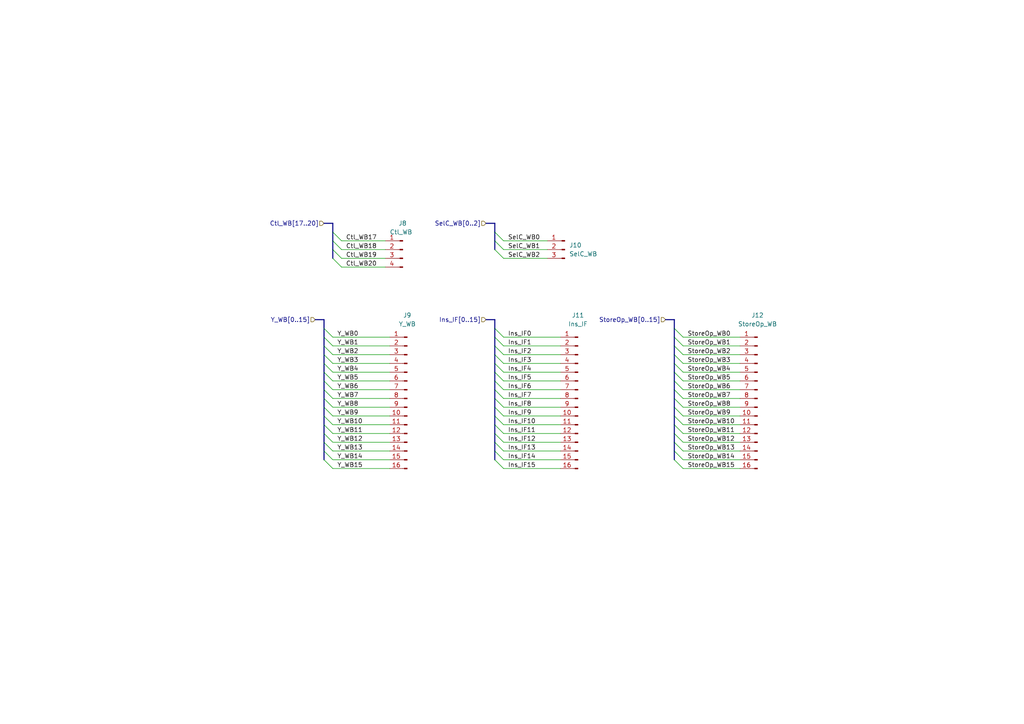
<source format=kicad_sch>
(kicad_sch (version 20230121) (generator eeschema)
  (paper "A4")
  (title_block (title "Turtle16: MEM Prototype Outputs") (date "2023-11-04") (rev "D") (comment 4 "Headers for various outputs from the prototype board"))
  (lib_symbols
    (symbol "Connector:Conn_01x03_Pin" (pin_names (offset 1.016) hide)
      (property "Reference" "J" (at 0 5.08 0))
      (property "Value" "Conn_01x03_Pin" (at 0 -5.08 0))
      (symbol "Conn_01x03_Pin_1_1"
        (polyline (pts (xy 1.27 -2.54) (xy 0.8636 -2.54)) (stroke (width 0.1524)))
        (polyline (pts (xy 1.27 0) (xy 0.8636 0)) (stroke (width 0.1524)))
        (polyline (pts (xy 1.27 2.54) (xy 0.8636 2.54)) (stroke (width 0.1524)))
        (rectangle (start 0.8636 -2.413) (end 0 -2.667) (stroke (width 0.1524)) (fill (type outline)))
        (rectangle (start 0.8636 0.127) (end 0 -0.127) (stroke (width 0.1524)) (fill (type outline)))
        (rectangle (start 0.8636 2.667) (end 0 2.413) (stroke (width 0.1524)) (fill (type outline)))
        (pin passive line (at 5.08 2.54 180) (length 3.81) (name "Pin_1") (number "1"))
        (pin passive line (at 5.08 0 180) (length 3.81) (name "Pin_2") (number "2"))
        (pin passive line (at 5.08 -2.54 180) (length 3.81) (name "Pin_3") (number "3"))
      )
    )
    (symbol "Connector:Conn_01x04_Pin" (pin_names (offset 1.016) hide)
      (property "Reference" "J" (at 0 5.08 0))
      (property "Value" "Conn_01x04_Pin" (at 0 -7.62 0))
      (symbol "Conn_01x04_Pin_1_1"
        (polyline (pts (xy 1.27 -5.08) (xy 0.8636 -5.08)) (stroke (width 0.1524)))
        (polyline (pts (xy 1.27 -2.54) (xy 0.8636 -2.54)) (stroke (width 0.1524)))
        (polyline (pts (xy 1.27 0) (xy 0.8636 0)) (stroke (width 0.1524)))
        (polyline (pts (xy 1.27 2.54) (xy 0.8636 2.54)) (stroke (width 0.1524)))
        (rectangle (start 0.8636 -4.953) (end 0 -5.207) (stroke (width 0.1524)) (fill (type outline)))
        (rectangle (start 0.8636 -2.413) (end 0 -2.667) (stroke (width 0.1524)) (fill (type outline)))
        (rectangle (start 0.8636 0.127) (end 0 -0.127) (stroke (width 0.1524)) (fill (type outline)))
        (rectangle (start 0.8636 2.667) (end 0 2.413) (stroke (width 0.1524)) (fill (type outline)))
        (pin passive line (at 5.08 2.54 180) (length 3.81) (name "Pin_1") (number "1"))
        (pin passive line (at 5.08 0 180) (length 3.81) (name "Pin_2") (number "2"))
        (pin passive line (at 5.08 -2.54 180) (length 3.81) (name "Pin_3") (number "3"))
        (pin passive line (at 5.08 -5.08 180) (length 3.81) (name "Pin_4") (number "4"))
      )
    )
    (symbol "Connector:Conn_01x16_Pin" (pin_names (offset 1.016) hide)
      (property "Reference" "J" (at 0 20.32 0))
      (property "Value" "Conn_01x16_Pin" (at 0 -22.86 0))
      (symbol "Conn_01x16_Pin_1_1"
        (polyline (pts (xy 1.27 -20.32) (xy 0.8636 -20.32)) (stroke (width 0.1524)))
        (polyline (pts (xy 1.27 -17.78) (xy 0.8636 -17.78)) (stroke (width 0.1524)))
        (polyline (pts (xy 1.27 -15.24) (xy 0.8636 -15.24)) (stroke (width 0.1524)))
        (polyline (pts (xy 1.27 -12.7) (xy 0.8636 -12.7)) (stroke (width 0.1524)))
        (polyline (pts (xy 1.27 -10.16) (xy 0.8636 -10.16)) (stroke (width 0.1524)))
        (polyline (pts (xy 1.27 -7.62) (xy 0.8636 -7.62)) (stroke (width 0.1524)))
        (polyline (pts (xy 1.27 -5.08) (xy 0.8636 -5.08)) (stroke (width 0.1524)))
        (polyline (pts (xy 1.27 -2.54) (xy 0.8636 -2.54)) (stroke (width 0.1524)))
        (polyline (pts (xy 1.27 0) (xy 0.8636 0)) (stroke (width 0.1524)))
        (polyline (pts (xy 1.27 2.54) (xy 0.8636 2.54)) (stroke (width 0.1524)))
        (polyline (pts (xy 1.27 5.08) (xy 0.8636 5.08)) (stroke (width 0.1524)))
        (polyline (pts (xy 1.27 7.62) (xy 0.8636 7.62)) (stroke (width 0.1524)))
        (polyline (pts (xy 1.27 10.16) (xy 0.8636 10.16)) (stroke (width 0.1524)))
        (polyline (pts (xy 1.27 12.7) (xy 0.8636 12.7)) (stroke (width 0.1524)))
        (polyline (pts (xy 1.27 15.24) (xy 0.8636 15.24)) (stroke (width 0.1524)))
        (polyline (pts (xy 1.27 17.78) (xy 0.8636 17.78)) (stroke (width 0.1524)))
        (rectangle (start 0.8636 -20.193) (end 0 -20.447) (stroke (width 0.1524)) (fill (type outline)))
        (rectangle (start 0.8636 -17.653) (end 0 -17.907) (stroke (width 0.1524)) (fill (type outline)))
        (rectangle (start 0.8636 -15.113) (end 0 -15.367) (stroke (width 0.1524)) (fill (type outline)))
        (rectangle (start 0.8636 -12.573) (end 0 -12.827) (stroke (width 0.1524)) (fill (type outline)))
        (rectangle (start 0.8636 -10.033) (end 0 -10.287) (stroke (width 0.1524)) (fill (type outline)))
        (rectangle (start 0.8636 -7.493) (end 0 -7.747) (stroke (width 0.1524)) (fill (type outline)))
        (rectangle (start 0.8636 -4.953) (end 0 -5.207) (stroke (width 0.1524)) (fill (type outline)))
        (rectangle (start 0.8636 -2.413) (end 0 -2.667) (stroke (width 0.1524)) (fill (type outline)))
        (rectangle (start 0.8636 0.127) (end 0 -0.127) (stroke (width 0.1524)) (fill (type outline)))
        (rectangle (start 0.8636 2.667) (end 0 2.413) (stroke (width 0.1524)) (fill (type outline)))
        (rectangle (start 0.8636 5.207) (end 0 4.953) (stroke (width 0.1524)) (fill (type outline)))
        (rectangle (start 0.8636 7.747) (end 0 7.493) (stroke (width 0.1524)) (fill (type outline)))
        (rectangle (start 0.8636 10.287) (end 0 10.033) (stroke (width 0.1524)) (fill (type outline)))
        (rectangle (start 0.8636 12.827) (end 0 12.573) (stroke (width 0.1524)) (fill (type outline)))
        (rectangle (start 0.8636 15.367) (end 0 15.113) (stroke (width 0.1524)) (fill (type outline)))
        (rectangle (start 0.8636 17.907) (end 0 17.653) (stroke (width 0.1524)) (fill (type outline)))
        (pin passive line (at 5.08 17.78 180) (length 3.81) (name "Pin_1") (number "1"))
        (pin passive line (at 5.08 -5.08 180) (length 3.81) (name "Pin_10") (number "10"))
        (pin passive line (at 5.08 -7.62 180) (length 3.81) (name "Pin_11") (number "11"))
        (pin passive line (at 5.08 -10.16 180) (length 3.81) (name "Pin_12") (number "12"))
        (pin passive line (at 5.08 -12.7 180) (length 3.81) (name "Pin_13") (number "13"))
        (pin passive line (at 5.08 -15.24 180) (length 3.81) (name "Pin_14") (number "14"))
        (pin passive line (at 5.08 -17.78 180) (length 3.81) (name "Pin_15") (number "15"))
        (pin passive line (at 5.08 -20.32 180) (length 3.81) (name "Pin_16") (number "16"))
        (pin passive line (at 5.08 15.24 180) (length 3.81) (name "Pin_2") (number "2"))
        (pin passive line (at 5.08 12.7 180) (length 3.81) (name "Pin_3") (number "3"))
        (pin passive line (at 5.08 10.16 180) (length 3.81) (name "Pin_4") (number "4"))
        (pin passive line (at 5.08 7.62 180) (length 3.81) (name "Pin_5") (number "5"))
        (pin passive line (at 5.08 5.08 180) (length 3.81) (name "Pin_6") (number "6"))
        (pin passive line (at 5.08 2.54 180) (length 3.81) (name "Pin_7") (number "7"))
        (pin passive line (at 5.08 0 180) (length 3.81) (name "Pin_8") (number "8"))
        (pin passive line (at 5.08 -2.54 180) (length 3.81) (name "Pin_9") (number "9"))
      )
    )
  )
  (bus_entry (at 143.51 125.73) (size 2.54 2.54))
  (bus_entry (at 93.98 133.35) (size 2.54 2.54))
  (bus_entry (at 143.51 107.95) (size 2.54 2.54))
  (bus_entry (at 93.98 120.65) (size 2.54 2.54))
  (bus_entry (at 93.98 123.19) (size 2.54 2.54))
  (bus_entry (at 143.51 123.19) (size 2.54 2.54))
  (bus_entry (at 143.51 118.11) (size 2.54 2.54))
  (bus_entry (at 143.51 100.33) (size 2.54 2.54))
  (bus_entry (at 143.51 95.25) (size 2.54 2.54))
  (bus_entry (at 93.98 107.95) (size 2.54 2.54))
  (bus_entry (at 93.98 113.03) (size 2.54 2.54))
  (bus_entry (at 93.98 100.33) (size 2.54 2.54))
  (bus_entry (at 195.58 125.73) (size 2.54 2.54))
  (bus_entry (at 93.98 118.11) (size 2.54 2.54))
  (bus_entry (at 93.98 128.27) (size 2.54 2.54))
  (bus_entry (at 195.58 123.19) (size 2.54 2.54))
  (bus_entry (at 195.58 120.65) (size 2.54 2.54))
  (bus_entry (at 96.52 67.31) (size 2.54 2.54))
  (bus_entry (at 143.51 120.65) (size 2.54 2.54))
  (bus_entry (at 195.58 133.35) (size 2.54 2.54))
  (bus_entry (at 143.51 102.87) (size 2.54 2.54))
  (bus_entry (at 195.58 107.95) (size 2.54 2.54))
  (bus_entry (at 195.58 118.11) (size 2.54 2.54))
  (bus_entry (at 143.51 97.79) (size 2.54 2.54))
  (bus_entry (at 143.51 133.35) (size 2.54 2.54))
  (bus_entry (at 143.51 105.41) (size 2.54 2.54))
  (bus_entry (at 195.58 95.25) (size 2.54 2.54))
  (bus_entry (at 96.52 72.39) (size 2.54 2.54))
  (bus_entry (at 195.58 115.57) (size 2.54 2.54))
  (bus_entry (at 143.51 113.03) (size 2.54 2.54))
  (bus_entry (at 93.98 110.49) (size 2.54 2.54))
  (bus_entry (at 195.58 110.49) (size 2.54 2.54))
  (bus_entry (at 195.58 130.81) (size 2.54 2.54))
  (bus_entry (at 96.52 69.85) (size 2.54 2.54))
  (bus_entry (at 93.98 130.81) (size 2.54 2.54))
  (bus_entry (at 195.58 128.27) (size 2.54 2.54))
  (bus_entry (at 143.51 128.27) (size 2.54 2.54))
  (bus_entry (at 195.58 100.33) (size 2.54 2.54))
  (bus_entry (at 93.98 97.79) (size 2.54 2.54))
  (bus_entry (at 143.51 115.57) (size 2.54 2.54))
  (bus_entry (at 195.58 113.03) (size 2.54 2.54))
  (bus_entry (at 195.58 105.41) (size 2.54 2.54))
  (bus_entry (at 143.51 72.39) (size 2.54 2.54))
  (bus_entry (at 143.51 130.81) (size 2.54 2.54))
  (bus_entry (at 93.98 115.57) (size 2.54 2.54))
  (bus_entry (at 195.58 97.79) (size 2.54 2.54))
  (bus_entry (at 96.52 74.93) (size 2.54 2.54))
  (bus_entry (at 93.98 95.25) (size 2.54 2.54))
  (bus_entry (at 143.51 110.49) (size 2.54 2.54))
  (bus_entry (at 93.98 105.41) (size 2.54 2.54))
  (bus_entry (at 93.98 102.87) (size 2.54 2.54))
  (bus_entry (at 93.98 125.73) (size 2.54 2.54))
  (bus_entry (at 143.51 69.85) (size 2.54 2.54))
  (bus_entry (at 143.51 67.31) (size 2.54 2.54))
  (bus_entry (at 195.58 102.87) (size 2.54 2.54))
  (wire (pts (xy 146.05 128.27) (xy 162.56 128.27)))
  (bus (pts (xy 93.98 118.11) (xy 93.98 120.65)))
  (wire (pts (xy 198.12 120.65) (xy 214.63 120.65)))
  (wire (pts (xy 146.05 123.19) (xy 162.56 123.19)))
  (wire (pts (xy 198.12 123.19) (xy 214.63 123.19)))
  (bus (pts (xy 143.51 118.11) (xy 143.51 120.65)))
  (wire (pts (xy 198.12 100.33) (xy 214.63 100.33)))
  (bus (pts (xy 143.51 105.41) (xy 143.51 107.95)))
  (wire (pts (xy 146.05 110.49) (xy 162.56 110.49)))
  (bus (pts (xy 195.58 102.87) (xy 195.58 105.41)))
  (bus (pts (xy 93.98 128.27) (xy 93.98 130.81)))
  (wire (pts (xy 96.52 107.95) (xy 113.03 107.95)))
  (wire (pts (xy 198.12 128.27) (xy 214.63 128.27)))
  (bus (pts (xy 96.52 67.31) (xy 96.52 69.85)))
  (wire (pts (xy 146.05 125.73) (xy 162.56 125.73)))
  (bus (pts (xy 93.98 113.03) (xy 93.98 115.57)))
  (wire (pts (xy 198.12 130.81) (xy 214.63 130.81)))
  (bus (pts (xy 143.51 69.85) (xy 143.51 72.39)))
  (bus (pts (xy 195.58 118.11) (xy 195.58 120.65)))
  (wire (pts (xy 146.05 118.11) (xy 162.56 118.11)))
  (bus (pts (xy 195.58 105.41) (xy 195.58 107.95)))
  (bus (pts (xy 140.97 92.71) (xy 143.51 92.71)))
  (wire (pts (xy 96.52 118.11) (xy 113.03 118.11)))
  (bus (pts (xy 143.51 95.25) (xy 143.51 97.79)))
  (wire (pts (xy 146.05 97.79) (xy 162.56 97.79)))
  (wire (pts (xy 99.06 77.47) (xy 111.76 77.47)))
  (bus (pts (xy 195.58 92.71) (xy 195.58 95.25)))
  (bus (pts (xy 91.44 92.71) (xy 93.98 92.71)))
  (bus (pts (xy 96.52 72.39) (xy 96.52 74.93)))
  (wire (pts (xy 96.52 130.81) (xy 113.03 130.81)))
  (bus (pts (xy 140.97 64.77) (xy 143.51 64.77)))
  (wire (pts (xy 96.52 100.33) (xy 113.03 100.33)))
  (bus (pts (xy 96.52 64.77) (xy 96.52 67.31)))
  (wire (pts (xy 96.52 125.73) (xy 113.03 125.73)))
  (bus (pts (xy 93.98 100.33) (xy 93.98 102.87)))
  (bus (pts (xy 93.98 95.25) (xy 93.98 97.79)))
  (bus (pts (xy 96.52 69.85) (xy 96.52 72.39)))
  (bus (pts (xy 93.98 102.87) (xy 93.98 105.41)))
  (bus (pts (xy 195.58 115.57) (xy 195.58 118.11)))
  (wire (pts (xy 146.05 135.89) (xy 162.56 135.89)))
  (wire (pts (xy 198.12 110.49) (xy 214.63 110.49)))
  (wire (pts (xy 96.52 97.79) (xy 113.03 97.79)))
  (bus (pts (xy 143.51 130.81) (xy 143.51 133.35)))
  (wire (pts (xy 198.12 107.95) (xy 214.63 107.95)))
  (wire (pts (xy 198.12 135.89) (xy 214.63 135.89)))
  (bus (pts (xy 195.58 120.65) (xy 195.58 123.19)))
  (wire (pts (xy 99.06 72.39) (xy 111.76 72.39)))
  (bus (pts (xy 93.98 107.95) (xy 93.98 110.49)))
  (wire (pts (xy 99.06 69.85) (xy 111.76 69.85)))
  (bus (pts (xy 143.51 113.03) (xy 143.51 115.57)))
  (bus (pts (xy 93.98 120.65) (xy 93.98 123.19)))
  (wire (pts (xy 96.52 123.19) (xy 113.03 123.19)))
  (wire (pts (xy 96.52 113.03) (xy 113.03 113.03)))
  (wire (pts (xy 198.12 115.57) (xy 214.63 115.57)))
  (wire (pts (xy 146.05 69.85) (xy 158.75 69.85)))
  (bus (pts (xy 143.51 110.49) (xy 143.51 113.03)))
  (wire (pts (xy 198.12 118.11) (xy 214.63 118.11)))
  (wire (pts (xy 198.12 125.73) (xy 214.63 125.73)))
  (bus (pts (xy 93.98 64.77) (xy 96.52 64.77)))
  (wire (pts (xy 146.05 102.87) (xy 162.56 102.87)))
  (bus (pts (xy 93.98 123.19) (xy 93.98 125.73)))
  (wire (pts (xy 198.12 133.35) (xy 214.63 133.35)))
  (bus (pts (xy 143.51 107.95) (xy 143.51 110.49)))
  (bus (pts (xy 195.58 97.79) (xy 195.58 100.33)))
  (wire (pts (xy 96.52 115.57) (xy 113.03 115.57)))
  (bus (pts (xy 195.58 128.27) (xy 195.58 130.81)))
  (bus (pts (xy 143.51 97.79) (xy 143.51 100.33)))
  (bus (pts (xy 195.58 130.81) (xy 195.58 133.35)))
  (wire (pts (xy 96.52 128.27) (xy 113.03 128.27)))
  (wire (pts (xy 96.52 105.41) (xy 113.03 105.41)))
  (wire (pts (xy 146.05 115.57) (xy 162.56 115.57)))
  (bus (pts (xy 93.98 105.41) (xy 93.98 107.95)))
  (bus (pts (xy 93.98 130.81) (xy 93.98 133.35)))
  (wire (pts (xy 198.12 102.87) (xy 214.63 102.87)))
  (wire (pts (xy 96.52 120.65) (xy 113.03 120.65)))
  (bus (pts (xy 93.98 97.79) (xy 93.98 100.33)))
  (bus (pts (xy 93.98 92.71) (xy 93.98 95.25)))
  (wire (pts (xy 96.52 133.35) (xy 113.03 133.35)))
  (wire (pts (xy 99.06 74.93) (xy 111.76 74.93)))
  (wire (pts (xy 146.05 130.81) (xy 162.56 130.81)))
  (bus (pts (xy 195.58 95.25) (xy 195.58 97.79)))
  (wire (pts (xy 146.05 133.35) (xy 162.56 133.35)))
  (wire (pts (xy 146.05 72.39) (xy 158.75 72.39)))
  (bus (pts (xy 93.98 110.49) (xy 93.98 113.03)))
  (bus (pts (xy 143.51 115.57) (xy 143.51 118.11)))
  (bus (pts (xy 93.98 115.57) (xy 93.98 118.11)))
  (wire (pts (xy 146.05 113.03) (xy 162.56 113.03)))
  (bus (pts (xy 143.51 128.27) (xy 143.51 130.81)))
  (bus (pts (xy 195.58 110.49) (xy 195.58 113.03)))
  (bus (pts (xy 143.51 125.73) (xy 143.51 128.27)))
  (bus (pts (xy 143.51 67.31) (xy 143.51 69.85)))
  (bus (pts (xy 195.58 113.03) (xy 195.58 115.57)))
  (bus (pts (xy 195.58 107.95) (xy 195.58 110.49)))
  (bus (pts (xy 143.51 102.87) (xy 143.51 105.41)))
  (wire (pts (xy 96.52 102.87) (xy 113.03 102.87)))
  (bus (pts (xy 195.58 100.33) (xy 195.58 102.87)))
  (wire (pts (xy 146.05 100.33) (xy 162.56 100.33)))
  (bus (pts (xy 93.98 125.73) (xy 93.98 128.27)))
  (wire (pts (xy 198.12 113.03) (xy 214.63 113.03)))
  (bus (pts (xy 143.51 92.71) (xy 143.51 95.25)))
  (bus (pts (xy 143.51 123.19) (xy 143.51 125.73)))
  (wire (pts (xy 198.12 105.41) (xy 214.63 105.41)))
  (wire (pts (xy 96.52 110.49) (xy 113.03 110.49)))
  (wire (pts (xy 198.12 97.79) (xy 214.63 97.79)))
  (wire (pts (xy 146.05 74.93) (xy 158.75 74.93)))
  (bus (pts (xy 143.51 64.77) (xy 143.51 67.31)))
  (wire (pts (xy 96.52 135.89) (xy 113.03 135.89)))
  (bus (pts (xy 143.51 120.65) (xy 143.51 123.19)))
  (bus (pts (xy 195.58 123.19) (xy 195.58 125.73)))
  (wire (pts (xy 146.05 105.41) (xy 162.56 105.41)))
  (wire (pts (xy 146.05 107.95) (xy 162.56 107.95)))
  (bus (pts (xy 193.04 92.71) (xy 195.58 92.71)))
  (wire (pts (xy 146.05 120.65) (xy 162.56 120.65)))
  (bus (pts (xy 195.58 125.73) (xy 195.58 128.27)))
  (bus (pts (xy 143.51 100.33) (xy 143.51 102.87)))
  (label "Ins_IF8" (at 147.32 118.11 0))
  (label "StoreOp_WB2" (at 199.39 102.87 0))
  (label "Ctl_WB17" (at 100.33 69.85 0))
  (label "Ins_IF13" (at 147.32 130.81 0))
  (label "StoreOp_WB4" (at 199.39 107.95 0))
  (label "Y_WB3" (at 97.79 105.41 0))
  (label "Y_WB2" (at 97.79 102.87 0))
  (label "Y_WB15" (at 97.79 135.89 0))
  (label "StoreOp_WB0" (at 199.39 97.79 0))
  (label "Ins_IF7" (at 147.32 115.57 0))
  (label "Ctl_WB20" (at 100.33 77.47 0))
  (label "StoreOp_WB7" (at 199.39 115.57 0))
  (label "Y_WB5" (at 97.79 110.49 0))
  (label "Y_WB1" (at 97.79 100.33 0))
  (label "StoreOp_WB15" (at 199.39 135.89 0))
  (label "Ctl_WB18" (at 100.33 72.39 0))
  (label "Ins_IF14" (at 147.32 133.35 0))
  (label "Ins_IF10" (at 147.32 123.19 0))
  (label "Y_WB11" (at 97.79 125.73 0))
  (label "Ins_IF5" (at 147.32 110.49 0))
  (label "Ins_IF6" (at 147.32 113.03 0))
  (label "StoreOp_WB9" (at 199.39 120.65 0))
  (label "StoreOp_WB5" (at 199.39 110.49 0))
  (label "StoreOp_WB6" (at 199.39 113.03 0))
  (label "StoreOp_WB1" (at 199.39 100.33 0))
  (label "Ctl_WB19" (at 100.33 74.93 0))
  (label "Ins_IF3" (at 147.32 105.41 0))
  (label "Ins_IF9" (at 147.32 120.65 0))
  (label "Y_WB4" (at 97.79 107.95 0))
  (label "Y_WB8" (at 97.79 118.11 0))
  (label "Y_WB12" (at 97.79 128.27 0))
  (label "StoreOp_WB3" (at 199.39 105.41 0))
  (label "StoreOp_WB12" (at 199.39 128.27 0))
  (label "StoreOp_WB10" (at 199.39 123.19 0))
  (label "Ins_IF2" (at 147.32 102.87 0))
  (label "StoreOp_WB14" (at 199.39 133.35 0))
  (label "Ins_IF4" (at 147.32 107.95 0))
  (label "Y_WB13" (at 97.79 130.81 0))
  (label "StoreOp_WB11" (at 199.39 125.73 0))
  (label "SelC_WB1" (at 147.32 72.39 0))
  (label "Ins_IF15" (at 147.32 135.89 0))
  (label "SelC_WB0" (at 147.32 69.85 0))
  (label "Y_WB10" (at 97.79 123.19 0))
  (label "Y_WB6" (at 97.79 113.03 0))
  (label "Y_WB14" (at 97.79 133.35 0))
  (label "Ins_IF11" (at 147.32 125.73 0))
  (label "Y_WB9" (at 97.79 120.65 0))
  (label "Y_WB7" (at 97.79 115.57 0))
  (label "SelC_WB2" (at 147.32 74.93 0))
  (label "Y_WB0" (at 97.79 97.79 0))
  (label "StoreOp_WB13" (at 199.39 130.81 0))
  (label "Ins_IF12" (at 147.32 128.27 0))
  (label "Ins_IF1" (at 147.32 100.33 0))
  (label "StoreOp_WB8" (at 199.39 118.11 0))
  (label "Ins_IF0" (at 147.32 97.79 0))
  (hierarchical_label "Ins_IF[0..15]" (shape input) (at 140.97 92.71 180))
  (hierarchical_label "Y_WB[0..15]" (shape input) (at 91.44 92.71 180))
  (hierarchical_label "SelC_WB[0..2]" (shape input) (at 140.97 64.77 180))
  (hierarchical_label "StoreOp_WB[0..15]" (shape input) (at 193.04 92.71 180))
  (hierarchical_label "Ctl_WB[17..20]" (shape input) (at 93.98 64.77 180))
  (symbol (lib_id "Connector:Conn_01x04_Pin") (at 116.84 72.39 0) (mirror y) (unit 1)
    (property "Reference" "J8" (at 115.57 64.77 0) (effects (justify right)))
    (property "Value" "Ctl_WB" (at 113.03 67.31 0) (effects (justify right)))
    (property "Footprint" "Connector_PinHeader_2.54mm:PinHeader_1x04_P2.54mm_Vertical" (effects hide))
  )
  (symbol (lib_id "Connector:Conn_01x03_Pin") (at 163.83 72.39 0) (mirror y) (unit 1)
    (property "Reference" "J10" (at 165.1 71.12 0) (effects (justify right)))
    (property "Value" "SelC_WB" (at 165.1 73.66 0) (effects (justify right)))
    (property "Footprint" "Connector_PinHeader_2.54mm:PinHeader_1x03_P2.54mm_Vertical" (effects hide))
  )
  (symbol (lib_id "Connector:Conn_01x16_Pin") (at 167.64 115.57 0) (mirror y) (unit 1)
    (property "Reference" "J11" (at 167.64 91.44 0))
    (property "Value" "Ins_IF" (at 167.64 93.98 0))
    (property "Footprint" "Connector_PinHeader_2.54mm:PinHeader_1x16_P2.54mm_Vertical" (effects hide))
  )
  (symbol (lib_id "Connector:Conn_01x16_Pin") (at 219.71 115.57 0) (mirror y) (unit 1)
    (property "Reference" "J12" (at 219.71 91.44 0))
    (property "Value" "StoreOp_WB" (at 219.71 93.98 0))
    (property "Footprint" "Connector_PinHeader_2.54mm:PinHeader_1x16_P2.54mm_Vertical" (effects hide))
  )
  (symbol (lib_id "Connector:Conn_01x16_Pin") (at 118.11 115.57 0) (mirror y) (unit 1)
    (property "Reference" "J9" (at 118.11 91.44 0))
    (property "Value" "Y_WB" (at 118.11 93.98 0))
    (property "Footprint" "Connector_PinHeader_2.54mm:PinHeader_1x16_P2.54mm_Vertical" (effects hide))
  )
)
</source>
